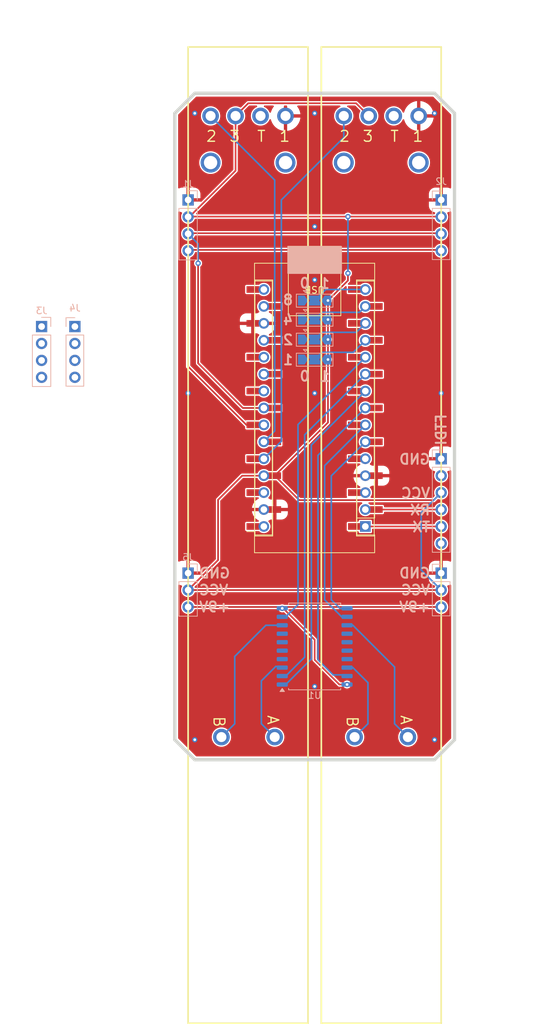
<source format=kicad_pcb>
(kicad_pcb (version 20241229) (generator "pcbnew") (generator_version "9.0")
  (layers (0 "F.Cu" signal) (2 "B.Cu" signal) (13 "F.Paste" user) (15 "B.Paste" user) (5 "F.SilkS" user "F.Silkscreen") (7 "B.SilkS" user "B.Silkscreen") (1 "F.Mask" user) (3 "B.Mask" user) (25 "Edge.Cuts" user))
  (net 0 "")
  (net 1 "VCC")
  (net 2 "GND")
  (net 3 "SDA")
  (net 4 "SCL")
  (net 5 "Fader1")
  (net 6 "Fader2")
  (net 7 "M1A_I")
  (net 8 "M1B_I")
  (net 9 "ADDR_4")
  (net 10 "M2A_I")
  (net 11 "ADDR_2")
  (net 12 "M2E")
  (net 13 "M1E")
  (net 14 "ADDR_8")
  (net 15 "M2B_I")
  (net 16 "ADDR_1")
  (net 17 "M1B")
  (net 18 "+9V")
  (net 19 "M2B")
  (net 20 "M1A")
  (net 21 "M2A")
  (net 22 "RX")
  (net 23 "TX")
  (net 24 "T1")
  (net 25 "T2")
  (net 27 "X3V3")
  (net 28 "XA2")
  (net 29 "XA3")
  (net 30 "XD13")
  (net 31 "XA0")
  (net 32 "XA1")
  (net 33 "XVIN")
  (net 34 "XD2")
  (net 36 "XRST")
  (net 37 "XRST2")
  (footprint "Connector_PinSocket_2.54mm:PinSocket_1x15_P2.54mm_Vertical_SMD_Pin1Right" (layer "F.Cu") (at 28.611 47.22 180)
    (property "Reference" "J7" (hide yes))
    (property "Value" "Conn_01x15_Socket")
    (fp_line (start 1.33 18.54) (end 1.33 19.21) (stroke (width 0.12)) (layer "F.SilkS"))
    (fp_line (start 1.33 13.46) (end 1.33 17.02) (stroke (width 0.12)) (layer "F.SilkS"))
    (fp_line (start 1.33 8.38) (end 1.33 11.94) (stroke (width 0.12)) (layer "F.SilkS"))
    (fp_line (start 1.33 3.3) (end 1.33 6.86) (stroke (width 0.12)) (layer "F.SilkS"))
    (fp_line (start 1.33 -1.78) (end 1.33 1.78) (stroke (width 0.12)) (layer "F.SilkS"))
    (fp_line (start 1.33 -6.86) (end 1.33 -3.3) (stroke (width 0.12)) (layer "F.SilkS"))
    (fp_line (start 1.33 -11.94) (end 1.33 -8.38) (stroke (width 0.12)) (layer "F.SilkS"))
    (fp_line (start 1.33 -17.02) (end 1.33 -13.46) (stroke (width 0.12)) (layer "F.SilkS"))
    (fp_line (start 1.33 -18.54) (end 2.54 -18.54) (stroke (width 0.12)) (layer "F.SilkS"))
    (fp_line (start 1.33 -19.21) (end 1.33 -18.54) (stroke (width 0.12)) (layer "F.SilkS"))
    (fp_line (start -1.33 19.21) (end 1.33 19.21) (stroke (width 0.12)) (layer "F.SilkS"))
    (fp_line (start -1.33 16) (end -1.33 19.21) (stroke (width 0.12)) (layer "F.SilkS"))
    (fp_line (start -1.33 10.92) (end -1.33 14.48) (stroke (width 0.12)) (layer "F.SilkS"))
    (fp_line (start -1.33 5.84) (end -1.33 9.4) (stroke (width 0.12)) (layer "F.SilkS"))
    (fp_line (start -1.33 0.76) (end -1.33 4.32) (stroke (width 0.12)) (layer "F.SilkS"))
    (fp_line (start -1.33 -4.32) (end -1.33 -0.76) (stroke (width 0.12)) (layer "F.SilkS"))
    (fp_line (start -1.33 -9.4) (end -1.33 -5.84) (stroke (width 0.12)) (layer "F.SilkS"))
    (fp_line (start -1.33 -14.48) (end -1.33 -10.92) (stroke (width 0.12)) (layer "F.SilkS"))
    (fp_line (start -1.33 -19.21) (end 1.33 -19.21) (stroke (width 0.12)) (layer "F.SilkS"))
    (fp_line (start -1.33 -19.21) (end -1.33 -16) (stroke (width 0.12)) (layer "F.SilkS"))
    (pad "1" smd rect (at 1.65 -17.78 180) (size 1.9 1) (layers "F.Cu" "F.Mask" "F.Paste") (net 23 "TX"))
    (pad "2" smd rect (at -1.65 -15.24 180) (size 1.9 1) (layers "F.Cu" "F.Mask" "F.Paste") (net 22 "RX"))
    (pad "3" smd rect (at 1.65 -12.7 180) (size 1.9 1) (layers "F.Cu" "F.Mask" "F.Paste") (net 36 "XRST"))
    (pad "4" smd rect (at -1.65 -10.16 180) (size 1.9 1) (layers "F.Cu" "F.Mask" "F.Paste") (net 2 "GND"))
    (pad "5" smd rect (at 1.65 -7.62 180) (size 1.9 1) (layers "F.Cu" "F.Mask" "F.Paste") (net 34 "XD2"))
    (pad "6" smd rect (at -1.65 -5.08 180) (size 1.9 1) (layers "F.Cu" "F.Mask" "F.Paste") (net 12 "M2E"))
    (pad "7" smd rect (at 1.65 -2.54 180) (size 1.9 1) (layers "F.Cu" "F.Mask" "F.Paste") (net 10 "M2A_I"))
    (pad "8" smd rect (at -1.65 0 180) (size 1.9 1) (layers "F.Cu" "F.Mask" "F.Paste") (net 15 "M2B_I"))
    (pad "9" smd rect (at 1.65 2.54 180) (size 1.9 1) (layers "F.Cu" "F.Mask" "F.Paste") (net 13 "M1E"))
    (pad "10" smd rect (at -1.65 5.08 180) (size 1.9 1) (layers "F.Cu" "F.Mask" "F.Paste") (net 7 "M1A_I"))
    (pad "11" smd rect (at 1.65 7.62 180) (size 1.9 1) (layers "F.Cu" "F.Mask" "F.Paste") (net 8 "M1B_I"))
    (pad "12" smd rect (at -1.65 10.16 180) (size 1.9 1) (layers "F.Cu" "F.Mask" "F.Paste") (net 16 "ADDR_1"))
    (pad "13" smd rect (at 1.65 12.7 180) (size 1.9 1) (layers "F.Cu" "F.Mask" "F.Paste") (net 11 "ADDR_2"))
    (pad "14" smd rect (at -1.65 15.24 180) (size 1.9 1) (layers "F.Cu" "F.Mask" "F.Paste") (net 9 "ADDR_4"))
    (pad "15" smd rect (at 1.65 17.78 180) (size 1.9 1) (layers "F.Cu" "F.Mask" "F.Paste") (net 14 "ADDR_8"))
  )
  (footprint "Module:Arduino_Nano" (layer "F.Cu") (at 28.61 65 180)
    (property "Reference" "A1" (hide yes))
    (property "Value" "Arduino_Nano_v3.x")
    (fp_line (start 16.64 39.5) (end 16.64 -3.94) (stroke (width 0.12)) (layer "F.SilkS"))
    (fp_line (start 16.64 39.5) (end 11.56 39.5) (stroke (width 0.12)) (layer "F.SilkS"))
    (fp_line (start 16.64 -3.94) (end -1.4 -3.94) (stroke (width 0.12)) (layer "F.SilkS"))
    (fp_line (start 13.97 36.83) (end 16.64 36.83) (stroke (width 0.12)) (layer "F.SilkS"))
    (fp_line (start 13.97 -1.27) (end 16.64 -1.27) (stroke (width 0.12)) (layer "F.SilkS"))
    (fp_line (start 13.97 -1.27) (end 13.97 36.83) (stroke (width 0.12)) (layer "F.SilkS"))
    (fp_line (start 11.56 42.04) (end 3.68 42.04) (stroke (width 0.12)) (layer "F.SilkS"))
    (fp_line (start 11.56 31.62) (end 11.56 42.04) (stroke (width 0.12)) (layer "F.SilkS"))
    (fp_line (start 3.68 42.04) (end 3.68 31.62) (stroke (width 0.12)) (layer "F.SilkS"))
    (fp_line (start 3.68 31.62) (end 11.56 31.62) (stroke (width 0.12)) (layer "F.SilkS"))
    (fp_line (start 1.27 36.83) (end -1.4 36.83) (stroke (width 0.12)) (layer "F.SilkS"))
    (fp_line (start 1.27 1.27) (end 1.27 36.83) (stroke (width 0.12)) (layer "F.SilkS"))
    (fp_line (start 1.27 1.27) (end 1.27 -1.27) (stroke (width 0.12)) (layer "F.SilkS"))
    (fp_line (start 1.27 1.27) (end -1.4 1.27) (stroke (width 0.12)) (layer "F.SilkS"))
    (fp_line (start 1.27 -1.27) (end -1.4 -1.27) (stroke (width 0.12)) (layer "F.SilkS"))
    (fp_line (start -1.4 39.5) (end 3.68 39.5) (stroke (width 0.12)) (layer "F.SilkS"))
    (fp_line (start -1.4 1.27) (end -1.4 39.5) (stroke (width 0.12)) (layer "F.SilkS"))
    (fp_line (start -1.4 -3.94) (end -1.4 -1.27) (stroke (width 0.12)) (layer "F.SilkS"))
    (fp_text user "USB" (at 7.62 35.56 180) (layer "F.SilkS"))
    (pad "1" thru_hole rect (at 0 0 180) (size 1.6 1.6) (drill 1) (layers "*.Cu" "*.Mask") (net 23 "TX"))
    (pad "2" thru_hole oval (at 0 2.54 180) (size 1.6 1.6) (drill 1) (layers "*.Cu" "*.Mask") (net 22 "RX"))
    (pad "3" thru_hole oval (at 0 5.08 180) (size 1.6 1.6) (drill 1) (layers "*.Cu" "*.Mask") (net 36 "XRST"))
    (pad "4" thru_hole oval (at 0 7.62 180) (size 1.6 1.6) (drill 1) (layers "*.Cu" "*.Mask") (net 2 "GND"))
    (pad "5" thru_hole oval (at 0 10.16 180) (size 1.6 1.6) (drill 1) (layers "*.Cu" "*.Mask") (net 34 "XD2"))
    (pad "6" thru_hole oval (at 0 12.7 180) (size 1.6 1.6) (drill 1) (layers "*.Cu" "*.Mask") (net 12 "M2E"))
    (pad "7" thru_hole oval (at 0 15.24 180) (size 1.6 1.6) (drill 1) (layers "*.Cu" "*.Mask") (net 10 "M2A_I"))
    (pad "8" thru_hole oval (at 0 17.78 180) (size 1.6 1.6) (drill 1) (layers "*.Cu" "*.Mask") (net 15 "M2B_I"))
    (pad "9" thru_hole oval (at 0 20.32 180) (size 1.6 1.6) (drill 1) (layers "*.Cu" "*.Mask") (net 13 "M1E"))
    (pad "10" thru_hole oval (at 0 22.86 180) (size 1.6 1.6) (drill 1) (layers "*.Cu" "*.Mask") (net 7 "M1A_I"))
    (pad "11" thru_hole oval (at 0 25.4 180) (size 1.6 1.6) (drill 1) (layers "*.Cu" "*.Mask") (net 8 "M1B_I"))
    (pad "12" thru_hole oval (at 0 27.94 180) (size 1.6 1.6) (drill 1) (layers "*.Cu" "*.Mask") (net 16 "ADDR_1"))
    (pad "13" thru_hole oval (at 0 30.48 180) (size 1.6 1.6) (drill 1) (layers "*.Cu" "*.Mask") (net 11 "ADDR_2"))
    (pad "14" thru_hole oval (at 0 33.02 180) (size 1.6 1.6) (drill 1) (layers "*.Cu" "*.Mask") (net 9 "ADDR_4"))
    (pad "15" thru_hole oval (at 0 35.56 180) (size 1.6 1.6) (drill 1) (layers "*.Cu" "*.Mask") (net 14 "ADDR_8"))
    (pad "16" thru_hole oval (at 15.24 35.56 180) (size 1.6 1.6) (drill 1) (layers "*.Cu" "*.Mask") (net 30 "XD13"))
    (pad "17" thru_hole oval (at 15.24 33.02 180) (size 1.6 1.6) (drill 1) (layers "*.Cu" "*.Mask") (net 27 "X3V3"))
    (pad "18" thru_hole oval (at 15.24 30.48 180) (size 1.6 1.6) (drill 1) (layers "*.Cu" "*.Mask") (net 2 "GND"))
    (pad "19" thru_hole oval (at 15.24 27.94 180) (size 1.6 1.6) (drill 1) (layers "*.Cu" "*.Mask") (net 31 "XA0"))
    (pad "20" thru_hole oval (at 15.24 25.4 180) (size 1.6 1.6) (drill 1) (layers "*.Cu" "*.Mask") (net 32 "XA1"))
    (pad "21" thru_hole oval (at 15.24 22.86 180) (size 1.6 1.6) (drill 1) (layers "*.Cu" "*.Mask") (net 28 "XA2"))
    (pad "22" thru_hole oval (at 15.24 20.32 180) (size 1.6 1.6) (drill 1) (layers "*.Cu" "*.Mask") (net 29 "XA3"))
    (pad "23" thru_hole oval (at 15.24 17.78 180) (size 1.6 1.6) (drill 1) (layers "*.Cu" "*.Mask") (net 3 "SDA"))
    (pad "24" thru_hole oval (at 15.24 15.24 180) (size 1.6 1.6) (drill 1) (layers "*.Cu" "*.Mask") (net 4 "SCL"))
    (pad "25" thru_hole oval (at 15.24 12.7 180) (size 1.6 1.6) (drill 1) (layers "*.Cu" "*.Mask") (net 5 "Fader1"))
    (pad "26" thru_hole oval (at 15.24 10.16 180) (size 1.6 1.6) (drill 1) (layers "*.Cu" "*.Mask") (net 6 "Fader2"))
    (pad "27" thru_hole oval (at 15.24 7.62 180) (size 1.6 1.6) (drill 1) (layers "*.Cu" "*.Mask") (net 1 "VCC"))
    (pad "28" thru_hole oval (at 15.24 5.08 180) (size 1.6 1.6) (drill 1) (layers "*.Cu" "*.Mask") (net 37 "XRST2"))
    (pad "29" thru_hole oval (at 15.24 2.54 180) (size 1.6 1.6) (drill 1) (layers "*.Cu" "*.Mask") (net 2 "GND"))
    (pad "30" thru_hole oval (at 15.24 0 180) (size 1.6 1.6) (drill 1) (layers "*.Cu" "*.Mask") (net 33 "XVIN"))
  )
  (footprint "MotorFader:RES-TH_L146.5-W18.0_RSA0N11M9A07" (layer "F.Cu") (at 31 50 -90)
    (property "Reference" "RV2" (hide yes))
    (property "Value" "~")
    (fp_line (start -56.9499 9) (end -56.9499 -9) (stroke (width 0.254)) (layer "F.SilkS"))
    (fp_line (start 89.5498 9) (end -56.9499 9) (stroke (width 0.254)) (layer "F.SilkS"))
    (fp_line (start -56.9499 -9) (end 89.5498 -9) (stroke (width 0.254)) (layer "F.SilkS"))
    (fp_line (start 89.5498 -9) (end 89.5498 9) (stroke (width 0.254)) (layer "F.SilkS"))
    (fp_text user "T" (at -44.5 -2 0) (layer "F.SilkS") (effects (font (size 1.6256 1.6256) (thickness 0.2032)) (justify top)))
    (fp_text user "3" (at -44.5 2 0) (layer "F.SilkS") (effects (font (size 1.6256 1.6256) (thickness 0.2032)) (justify top)))
    (fp_text user "1" (at -44.5 -5.5 0) (layer "F.SilkS") (effects (font (size 1.6256 1.6256) (thickness 0.2032)) (justify top)))
    (fp_text user "A" (at 43.2 -4.6855 270) (layer "F.SilkS") (effects (font (size 1.6256 1.6256) (thickness 0.2032)) (justify left top)))
    (fp_text user "2" (at -44.5 5.5 0) (layer "F.SilkS") (effects (font (size 1.6256 1.6256) (thickness 0.2032)) (justify top)))
    (fp_text user "B" (at 43.3498 3.4044 270) (layer "F.SilkS") (effects (font (size 1.6256 1.6256) (thickness 0.2032)) (justify left top)))
    (pad "" thru_hole oval (at -39.5999 -5.625 270) (size 3 3) (drill 2) (layers "*.Cu" "*.Mask"))
    (pad "" thru_hole oval (at -39.5999 5.6249 270) (size 3 3) (drill 2) (layers "*.Cu" "*.Mask"))
    (pad "1" thru_hole oval (at -46.5999 -5.625 270) (size 2.5 2.5) (drill 1.5) (layers "*.Cu" "*.Mask") (net 2 "GND"))
    (pad "2" thru_hole oval (at -46.5999 5.6249 270) (size 2.5 2.5) (drill 1.5) (layers "*.Cu" "*.Mask") (net 6 "Fader2"))
    (pad "3" thru_hole oval (at -46.5999 1.8751 270) (size 2.5 2.5) (drill 1.5) (layers "*.Cu" "*.Mask") (net 1 "VCC"))
    (pad "A" thru_hole oval (at 46.6 -3.9999 270) (size 2.5 2.5) (drill 1.5) (layers "*.Cu" "*.Mask") (net 21 "M2A"))
    (pad "B" thru_hole oval (at 46.6 4.0001 270) (size 2.5 2.5) (drill 1.5) (layers "*.Cu" "*.Mask") (net 19 "M2B"))
    (pad "T" thru_hole oval (at -46.5999 -1.875 270) (size 2.5 2.5) (drill 1.5) (layers "*.Cu" "*.Mask") (net 25 "T2"))
  )
  (footprint "Connector_PinSocket_2.54mm:PinSocket_1x15_P2.54mm_Vertical_SMD_Pin1Right" (layer "F.Cu") (at 13.369 47.22 180)
    (property "Reference" "J8" (hide yes))
    (property "Value" "Conn_01x15_Socket")
    (fp_line (start 1.33 18.54) (end 1.33 19.21) (stroke (width 0.12)) (layer "F.SilkS"))
    (fp_line (start 1.33 13.46) (end 1.33 17.02) (stroke (width 0.12)) (layer "F.SilkS"))
    (fp_line (start 1.33 8.38) (end 1.33 11.94) (stroke (width 0.12)) (layer "F.SilkS"))
    (fp_line (start 1.33 3.3) (end 1.33 6.86) (stroke (width 0.12)) (layer "F.SilkS"))
    (fp_line (start 1.33 -1.78) (end 1.33 1.78) (stroke (width 0.12)) (layer "F.SilkS"))
    (fp_line (start 1.33 -6.86) (end 1.33 -3.3) (stroke (width 0.12)) (layer "F.SilkS"))
    (fp_line (start 1.33 -11.94) (end 1.33 -8.38) (stroke (width 0.12)) (layer "F.SilkS"))
    (fp_line (start 1.33 -17.02) (end 1.33 -13.46) (stroke (width 0.12)) (layer "F.SilkS"))
    (fp_line (start 1.33 -18.54) (end 2.54 -18.54) (stroke (width 0.12)) (layer "F.SilkS"))
    (fp_line (start 1.33 -19.21) (end 1.33 -18.54) (stroke (width 0.12)) (layer "F.SilkS"))
    (fp_line (start -1.33 19.21) (end 1.33 19.21) (stroke (width 0.12)) (layer "F.SilkS"))
    (fp_line (start -1.33 16) (end -1.33 19.21) (stroke (width 0.12)) (layer "F.SilkS"))
    (fp_line (start -1.33 10.92) (end -1.33 14.48) (stroke (width 0.12)) (layer "F.SilkS"))
    (fp_line (start -1.33 5.84) (end -1.33 9.4) (stroke (width 0.12)) (layer "F.SilkS"))
    (fp_line (start -1.33 0.76) (end -1.33 4.32) (stroke (width 0.12)) (layer "F.SilkS"))
    (fp_line (start -1.33 -4.32) (end -1.33 -0.76) (stroke (width 0.12)) (layer "F.SilkS"))
    (fp_line (start -1.33 -9.4) (end -1.33 -5.84) (stroke (width 0.12)) (layer "F.SilkS"))
    (fp_line (start -1.33 -14.48) (end -1.33 -10.92) (stroke (width 0.12)) (layer "F.SilkS"))
    (fp_line (start -1.33 -19.21) (end 1.33 -19.21) (stroke (width 0.12)) (layer "F.SilkS"))
    (fp_line (start -1.33 -19.21) (end -1.33 -16) (stroke (width 0.12)) (layer "F.SilkS"))
    (pad "1" smd rect (at 1.65 -17.78 180) (size 1.9 1) (layers "F.Cu" "F.Mask" "F.Paste") (net 33 "XVIN"))
    (pad "2" smd rect (at -1.65 -15.24 180) (size 1.9 1) (layers "F.Cu" "F.Mask" "F.Paste") (net 2 "GND"))
    (pad "3" smd rect (at 1.65 -12.7 180) (size 1.9 1) (layers "F.Cu" "F.Mask" "F.Paste") (net 37 "XRST2"))
    (pad "4" smd rect (at -1.65 -10.16 180) (size 1.9 1) (layers "F.Cu" "F.Mask" "F.Paste") (net 1 "VCC"))
    (pad "5" smd rect (at 1.65 -7.62 180) (size 1.9 1) (layers "F.Cu" "F.Mask" "F.Paste") (net 6 "Fader2"))
    (pad "6" smd rect (at -1.65 -5.08 180) (size 1.9 1) (layers "F.Cu" "F.Mask" "F.Paste") (net 5 "Fader1"))
    (pad "7" smd rect (at 1.65 -2.54 180) (size 1.9 1) (layers "F.Cu" "F.Mask" "F.Paste") (net 4 "SCL"))
    (pad "8" smd rect (at -1.65 0 180) (size 1.9 1) (layers "F.Cu" "F.Mask" "F.Paste") (net 3 "SDA"))
    (pad "9" smd rect (at 1.65 2.54 180) (size 1.9 1) (layers "F.Cu" "F.Mask" "F.Paste") (net 29 "XA3"))
    (pad "10" smd rect (at -1.65 5.08 180) (size 1.9 1) (layers "F.Cu" "F.Mask" "F.Paste") (net 28 "XA2"))
    (pad "11" smd rect (at 1.65 7.62 180) (size 1.9 1) (layers "F.Cu" "F.Mask" "F.Paste") (net 32 "XA1"))
    (pad "12" smd rect (at -1.65 10.16 180) (size 1.9 1) (layers "F.Cu" "F.Mask" "F.Paste") (net 31 "XA0"))
    (pad "13" smd rect (at 1.65 12.7 180) (size 1.9 1) (layers "F.Cu" "F.Mask" "F.Paste") (net 2 "GND"))
    (pad "14" smd rect (at -1.65 15.24 180) (size 1.9 1) (layers "F.Cu" "F.Mask" "F.Paste") (net 27 "X3V3"))
    (pad "15" smd rect (at 1.65 17.78 180) (size 1.9 1) (layers "F.Cu" "F.Mask" "F.Paste") (net 30 "XD13"))
  )
  (footprint "MotorFader:RES-TH_L146.5-W18.0_RSA0N11M9A07" (layer "F.Cu") (at 11 50 -90)
    (property "Reference" "RV1" (hide yes))
    (property "Value" "~")
    (fp_line (start -56.9499 9) (end -56.9499 -9) (stroke (width 0.254)) (layer "F.SilkS"))
    (fp_line (start 89.5498 9) (end -56.9499 9) (stroke (width 0.254)) (layer "F.SilkS"))
    (fp_line (start -56.9499 -9) (end 89.5498 -9) (stroke (width 0.254)) (layer "F.SilkS"))
    (fp_line (start 89.5498 -9) (end 89.5498 9) (stroke (width 0.254)) (layer "F.SilkS"))
    (fp_text user "T" (at -44.5 -2 0) (layer "F.SilkS") (effects (font (size 1.6256 1.6256) (thickness 0.2032)) (justify top)))
    (fp_text user "B" (at 43.3498 3.4044 270) (layer "F.SilkS") (effects (font (size 1.6256 1.6256) (thickness 0.2032)) (justify left top)))
    (fp_text user "3" (at -44.5 2 0) (layer "F.SilkS") (effects (font (size 1.6256 1.6256) (thickness 0.2032)) (justify top)))
    (fp_text user "A" (at 43.2 -4.6855 270) (layer "F.SilkS") (effects (font (size 1.6256 1.6256) (thickness 0.2032)) (justify left top)))
    (fp_text user "1" (at -44.5 -5.5 0) (layer "F.SilkS") (effects (font (size 1.6256 1.6256) (thickness 0.2032)) (justify top)))
    (fp_text user "2" (at -44.5 5.5 0) (layer "F.SilkS") (effects (font (size 1.6256 1.6256) (thickness 0.2032)) (justify top)))
    (pad "" thru_hole oval (at -39.5999 -5.625 270) (size 3 3) (drill 2) (layers "*.Cu" "*.Mask"))
    (pad "" thru_hole oval (at -39.5999 5.6249 270) (size 3 3) (drill 2) (layers "*.Cu" "*.Mask"))
    (pad "1" thru_hole oval (at -46.5999 -5.625 270) (size 2.5 2.5) (drill 1.5) (layers "*.Cu" "*.Mask") (net 2 "GND"))
    (pad "2" thru_hole oval (at -46.5999 5.6249 270) (size 2.5 2.5) (drill 1.5) (layers "*.Cu" "*.Mask") (net 5 "Fader1"))
    (pad "3" thru_hole oval (at -46.5999 1.8751 270) (size 2.5 2.5) (drill 1.5) (layers "*.Cu" "*.Mask") (net 1 "VCC"))
    (pad "A" thru_hole oval (at 46.6 -3.9999 270) (size 2.5 2.5) (drill 1.5) (layers "*.Cu" "*.Mask") (net 20 "M1A"))
    (pad "B" thru_hole oval (at 46.6 4.0001 270) (size 2.5 2.5) (drill 1.5) (layers "*.Cu" "*.Mask") (net 17 "M1B"))
    (pad "T" thru_hole oval (at -46.5999 -1.875 270) (size 2.5 2.5) (drill 1.5) (layers "*.Cu" "*.Mask") (net 24 "T1"))
  )
  (footprint "Jumper:SolderJumper-3_P2.0mm_Open_TrianglePad1.0x1.5mm" (layer "B.Cu") (at 21 36.95)
    (property "Reference" "JP2" (hide yes))
    (property "Value" "SolderJumper_3_Open" (hide yes))
    (fp_line (start -2.75 -0.95) (end -2.75 1) (stroke (width 0.12)) (layer "B.SilkS"))
    (fp_line (start -2.75 1) (end 2.75 1) (stroke (width 0.12)) (layer "B.SilkS"))
    (fp_line (start -1.7 -1.5) (end -1.1 -1.5) (stroke (width 0.12)) (layer "B.SilkS"))
    (fp_line (start -1.4 -1.2) (end -1.7 -1.5) (stroke (width 0.12)) (layer "B.SilkS"))
    (fp_line (start -1.1 -1.5) (end -1.4 -1.2) (stroke (width 0.12)) (layer "B.SilkS"))
    (fp_line (start 2.75 -0.95) (end -2.75 -0.95) (stroke (width 0.12)) (layer "B.SilkS"))
    (fp_line (start 2.75 1) (end 2.75 -0.95) (stroke (width 0.12)) (layer "B.SilkS"))
    (pad "1" smd custom (at -2 0) (size 0.3 0.3) (layers "B.Cu" "B.Mask") (net 2 "GND") (options (clearance outline) (anchor rect)) (primitives (gr_poly (pts (xy 1 0) (xy 0.5 -0.75) (xy -0.5 -0.75) (xy -0.5 0.75) (xy 0.5 0.75)) (width 0) (fill yes))))
    (pad "2" smd custom (at 0 0) (size 0.3 0.3) (layers "B.Cu") (net 11 "ADDR_2") (options (clearance outline) (anchor rect)) (primitives (gr_poly (pts (xy 0.7 0) (xy 1.2 -0.75) (xy -1.2 -0.75) (xy -0.7 0) (xy -1.2 0.75) (xy 1.2 0.75)) (width 0) (fill yes))))
    (pad "3" smd custom (at 2 0 180) (size 0.3 0.3) (layers "B.Cu" "B.Mask") (net 1 "VCC") (options (clearance outline) (anchor rect)) (primitives (gr_poly (pts (xy 1 0) (xy 0.5 -0.75) (xy -0.5 -0.75) (xy -0.5 0.75) (xy 0.5 0.75)) (width 0) (fill yes))))
  )
  (footprint "Connector_PinHeader_2.54mm:PinHeader_1x03_P2.54mm_Vertical" (layer "B.Cu") (at 2 72 180)
    (property "Reference" "J5" (at 0 2.38 0) (layer "B.SilkS") (effects (justify mirror)))
    (property "Value" "Conn_01x03_Pin")
    (fp_line (start 1.38 -1.27) (end 1.38 -6.46) (stroke (width 0.12)) (layer "B.SilkS"))
    (fp_line (start -1.38 1.38) (end 0 1.38) (stroke (width 0.12)) (layer "B.SilkS"))
    (fp_line (start -1.38 0) (end -1.38 1.38) (stroke (width 0.12)) (layer "B.SilkS"))
    (fp_line (start -1.38 -1.27) (end 1.38 -1.27) (stroke (width 0.12)) (layer "B.SilkS"))
    (fp_line (start -1.38 -1.27) (end -1.38 -6.46) (stroke (width 0.12)) (layer "B.SilkS"))
    (fp_line (start -1.38 -6.46) (end 1.38 -6.46) (stroke (width 0.12)) (layer "B.SilkS"))
    (pad "1" thru_hole rect (at 0 0 180) (size 1.7 1.7) (drill 1) (layers "*.Cu" "*.Mask") (net 2 "GND"))
    (pad "2" thru_hole circle (at 0 -2.54 180) (size 1.7 1.7) (drill 1) (layers "*.Cu" "*.Mask") (net 1 "VCC"))
    (pad "3" thru_hole circle (at 0 -5.08 180) (size 1.7 1.7) (drill 1) (layers "*.Cu" "*.Mask") (net 18 "+9V"))
  )
  (footprint "Connector_PinSocket_2.54mm:PinSocket_1x06_P2.54mm_Vertical" (layer "B.Cu") (at 40 54.84 180)
    (property "Reference" "J9" (hide yes))
    (property "Value" "Conn_01x06_Socket")
    (fp_line (start 1.33 1.33) (end 1.33 0) (stroke (width 0.12)) (layer "B.SilkS"))
    (fp_line (start 1.33 -1.27) (end 1.33 -14.03) (stroke (width 0.12)) (layer "B.SilkS"))
    (fp_line (start 0 1.33) (end 1.33 1.33) (stroke (width 0.12)) (layer "B.SilkS"))
    (fp_line (start -1.33 -1.27) (end 1.33 -1.27) (stroke (width 0.12)) (layer "B.SilkS"))
    (fp_line (start -1.33 -1.27) (end -1.33 -14.03) (stroke (width 0.12)) (layer "B.SilkS"))
    (fp_line (start -1.33 -14.03) (end 1.33 -14.03) (stroke (width 0.12)) (layer "B.SilkS"))
    (pad "1" thru_hole rect (at 0 0 180) (size 1.7 1.7) (drill 1) (layers "*.Cu" "*.Mask") (net 2 "GND"))
    (pad "2" thru_hole circle (at 0 -2.54 180) (size 1.7 1.7) (drill 1) (layers "*.Cu" "*.Mask"))
    (pad "3" thru_hole circle (at 0 -5.08 180) (size 1.7 1.7) (drill 1) (layers "*.Cu" "*.Mask") (net 1 "VCC"))
    (pad "4" thru_hole circle (at 0 -7.62 180) (size 1.7 1.7) (drill 1) (layers "*.Cu" "*.Mask") (net 22 "RX"))
    (pad "5" thru_hole circle (at 0 -10.16 180) (size 1.7 1.7) (drill 1) (layers "*.Cu" "*.Mask") (net 23 "TX"))
    (pad "6" thru_hole circle (at 0 -12.7 180) (size 1.7 1.7) (drill 1) (layers "*.Cu" "*.Mask"))
  )
  (footprint "Jumper:SolderJumper-3_P2.0mm_Open_TrianglePad1.0x1.5mm" (layer "B.Cu") (at 21 33.95)
    (property "Reference" "JP3" (hide yes))
    (property "Value" "SolderJumper_3_Open" (hide yes))
    (fp_line (start -2.75 -0.95) (end -2.75 1) (stroke (width 0.12)) (layer "B.SilkS"))
    (fp_line (start -2.75 1) (end 2.75 1) (stroke (width 0.12)) (layer "B.SilkS"))
    (fp_line (start -1.7 -1.5) (end -1.1 -1.5) (stroke (width 0.12)) (layer "B.SilkS"))
    (fp_line (start -1.4 -1.2) (end -1.7 -1.5) (stroke (width 0.12)) (layer "B.SilkS"))
    (fp_line (start -1.1 -1.5) (end -1.4 -1.2) (stroke (width 0.12)) (layer "B.SilkS"))
    (fp_line (start 2.75 -0.95) (end -2.75 -0.95) (stroke (width 0.12)) (layer "B.SilkS"))
    (fp_line (start 2.75 1) (end 2.75 -0.95) (stroke (width 0.12)) (layer "B.SilkS"))
    (pad "1" smd custom (at -2 0) (size 0.3 0.3) (layers "B.Cu" "B.Mask") (net 2 "GND") (options (clearance outline) (anchor rect)) (primitives (gr_poly (pts (xy 1 0) (xy 0.5 -0.75) (xy -0.5 -0.75) (xy -0.5 0.75) (xy 0.5 0.75)) (width 0) (fill yes))))
    (pad "2" smd custom (at 0 0) (size 0.3 0.3) (layers "B.Cu") (net 9 "ADDR_4") (options (clearance outline) (anchor rect)) (primitives (gr_poly (pts (xy 0.7 0) (xy 1.2 -0.75) (xy -1.2 -0.75) (xy -0.7 0) (xy -1.2 0.75) (xy 1.2 0.75)) (width 0) (fill yes))))
    (pad "3" smd custom (at 2 0 180) (size 0.3 0.3) (layers "B.Cu" "B.Mask") (net 1 "VCC") (options (clearance outline) (anchor rect)) (primitives (gr_poly (pts (xy 1 0) (xy 0.5 -0.75) (xy -0.5 -0.75) (xy -0.5 0.75) (xy 0.5 0.75)) (width 0) (fill yes))))
  )
  (footprint "Connector_PinSocket_2.54mm:PinSocket_1x04_P2.54mm_Vertical" (layer "B.Cu") (at 40 16 180)
    (property "Reference" "J2" (at 0 2.77 0) (layer "B.SilkS") (effects (justify mirror)))
    (property "Value" "Conn_01x04_Socket")
    (fp_line (start 1.33 1.33) (end 1.33 0) (stroke (width 0.12)) (layer "B.SilkS"))
    (fp_line (start 1.33 -1.27) (end 1.33 -8.95) (stroke (width 0.12)) (layer "B.SilkS"))
    (fp_line (start 0 1.33) (end 1.33 1.33) (stroke (width 0.12)) (layer "B.SilkS"))
    (fp_line (start -1.33 -1.27) (end 1.33 -1.27) (stroke (width 0.12)) (layer "B.SilkS"))
    (fp_line (start -1.33 -1.27) (end -1.33 -8.95) (stroke (width 0.12)) (layer "B.SilkS"))
    (fp_line (start -1.33 -8.95) (end 1.33 -8.95) (stroke (width 0.12)) (layer "B.SilkS"))
    (pad "1" thru_hole rect (at 0 0 180) (size 1.7 1.7) (drill 1) (layers "*.Cu" "*.Mask") (net 2 "GND"))
    (pad "2" thru_hole circle (at 0 -2.54 180) (size 1.7 1.7) (drill 1) (layers "*.Cu" "*.Mask") (net 1 "VCC"))
    (pad "3" thru_hole circle (at 0 -5.08 180) (size 1.7 1.7) (drill 1) (layers "*.Cu" "*.Mask") (net 3 "SDA"))
    (pad "4" thru_hole circle (at 0 -7.62 180) (size 1.7 1.7) (drill 1) (layers "*.Cu" "*.Mask") (net 4 "SCL"))
  )
  (footprint "Jumper:SolderJumper-3_P2.0mm_Open_TrianglePad1.0x1.5mm" (layer "B.Cu") (at 21 39.95)
    (property "Reference" "JP1" (hide yes))
    (property "Value" "SolderJumper_3_Open" (hide yes))
    (fp_line (start -2.75 -0.95) (end -2.75 1) (stroke (width 0.12)) (layer "B.SilkS"))
    (fp_line (start -2.75 1) (end 2.75 1) (stroke (width 0.12)) (layer "B.SilkS"))
    (fp_line (start -1.7 -1.5) (end -1.1 -1.5) (stroke (width 0.12)) (layer "B.SilkS"))
    (fp_line (start -1.4 -1.2) (end -1.7 -1.5) (stroke (width 0.12)) (layer "B.SilkS"))
    (fp_line (start -1.1 -1.5) (end -1.4 -1.2) (stroke (width 0.12)) (layer "B.SilkS"))
    (fp_line (start 2.75 -0.95) (end -2.75 -0.95) (stroke (width 0.12)) (layer "B.SilkS"))
    (fp_line (start 2.75 1) (end 2.75 -0.95) (stroke (width 0.12)) (layer "B.SilkS"))
    (pad "1" smd custom (at -2 0) (size 0.3 0.3) (layers "B.Cu" "B.Mask") (net 2 "GND") (options (clearance outline) (anchor rect)) (primitives (gr_poly (pts (xy 1 0) (xy 0.5 -0.75) (xy -0.5 -0.75) (xy -0.5 0.75) (xy 0.5 0.75)) (width 0) (fill yes))))
    (pad "2" smd custom (at 0 0) (size 0.3 0.3) (layers "B.Cu") (net 16 "ADDR_1") (options (clearance outline) (anchor rect)) (primitives (gr_poly (pts (xy 0.7 0) (xy 1.2 -0.75) (xy -1.2 -0.75) (xy -0.7 0) (xy -1.2 0.75) (xy 1.2 0.75)) (width 0) (fill yes))))
    (pad "3" smd custom (at 2 0 180) (size 0.3 0.3) (layers "B.Cu" "B.Mask") (net 1 "VCC") (options (clearance outline) (anchor rect)) (primitives (gr_poly (pts (xy 1 0) (xy 0.5 -0.75) (xy -0.5 -0.75) (xy -0.5 0.75) (xy 0.5 0.75)) (width 0) (fill yes))))
  )
  (footprint "Connector_PinHeader_2.54mm:PinHeader_1x04_P2.54mm_Vertical" (layer "B.Cu") (at 2 16 180)
    (property "Reference" "J1" (at 0 2.38 0) (layer "B.SilkS") (effects (justify mirror)))
    (property "Value" "Conn_01x04_Pin")
    (fp_line (start 1.38 -1.27) (end 1.38 -9) (stroke (width 0.12)) (layer "B.SilkS"))
    (fp_line (start -1.38 1.38) (end 0 1.38) (stroke (width 0.12)) (layer "B.SilkS"))
    (fp_line (start -1.38 0) (end -1.38 1.38) (stroke (width 0.12)) (layer "B.SilkS"))
    (fp_line (start -1.38 -1.27) (end 1.38 -1.27) (stroke (width 0.12)) (layer "B.SilkS"))
    (fp_line (start -1.38 -1.27) (end -1.38 -9) (stroke (width 0.12)) (layer "B.SilkS"))
    (fp_line (start -1.38 -9) (end 1.38 -9) (stroke (width 0.12)) (layer "B.SilkS"))
    (pad "1" thru_hole rect (at 0 0 180) (size 1.7 1.7) (drill 1) (layers "*.Cu" "*.Mask") (net 2 "GND"))
    (pad "2" thru_hole circle (at 0 -2.54 180) (size 1.7 1.7) (drill 1) (layers "*.Cu" "*.Mask") (net 1 "VCC"))
    (pad "3" thru_hole circle (at 0 -5.08 180) (size 1.7 1.7) (drill 1) (layers "*.Cu" "*.Mask") (net 3 "SDA"))
    (pad "4" thru_hole circle (at 0 -7.62 180) (size 1.7 1.7) (drill 1) (layers "*.Cu" "*.Mask") (net 4 "SCL"))
  )
  (footprint "Connector_PinSocket_2.54mm:PinSocket_1x04_P2.54mm_Vertical" (layer "B.Cu") (at -15 35 180)
    (property "Reference" "J4" (at 0 2.77 0) (layer "B.SilkS") (effects (justify mirror)))
    (property "Value" "Conn_01x04_Socket")
    (fp_line (start 1.33 1.33) (end 1.33 0) (stroke (width 0.12)) (layer "B.SilkS"))
    (fp_line (start 1.33 -1.27) (end 1.33 -8.95) (stroke (width 0.12)) (layer "B.SilkS"))
    (fp_line (start 0 1.33) (end 1.33 1.33) (stroke (width 0.12)) (layer "B.SilkS"))
    (fp_line (start -1.33 -1.27) (end 1.33 -1.27) (stroke (width 0.12)) (layer "B.SilkS"))
    (fp_line (start -1.33 -1.27) (end -1.33 -8.95) (stroke (width 0.12)) (layer "B.SilkS"))
    (fp_line (start -1.33 -8.95) (end 1.33 -8.95) (stroke (width 0.12)) (layer "B.SilkS"))
    (pad "1" thru_hole rect (at 0 0 180) (size 1.7 1.7) (drill 1) (layers "*.Cu" "*.Mask") (net 2 "GND"))
    (pad "2" thru_hole circle (at 0 -2.54 180) (size 1.7 1.7) (drill 1) (layers "*.Cu" "*.Mask") (net 1 "VCC"))
    (pad "3" thru_hole circle (at 0 -5.08 180) (size 1.7 1.7) (drill 1) (layers "*.Cu" "*.Mask") (net 3 "SDA"))
    (pad "4" thru_hole circle (at 0 -7.62 180) (size 1.7 1.7) (drill 1) (layers "*.Cu" "*.Mask") (net 4 "SCL"))
  )
  (footprint "Connector_PinSocket_2.54mm:PinSocket_1x03_P2.54mm_Vertical" (layer "B.Cu") (at 40 72 180)
    (property "Reference" "J6" (hide yes))
    (property "Value" "Conn_01x03_Socket")
    (fp_line (start 1.33 1.33) (end 1.33 0) (stroke (width 0.12)) (layer "B.SilkS"))
    (fp_line (start 1.33 -1.27) (end 1.33 -6.41) (stroke (width 0.12)) (layer "B.SilkS"))
    (fp_line (start 0 1.33) (end 1.33 1.33) (stroke (width 0.12)) (layer "B.SilkS"))
    (fp_line (start -1.33 -1.27) (end 1.33 -1.27) (stroke (width 0.12)) (layer "B.SilkS"))
    (fp_line (start -1.33 -1.27) (end -1.33 -6.41) (stroke (width 0.12)) (layer "B.SilkS"))
    (fp_line (start -1.33 -6.41) (end 1.33 -6.41) (stroke (width 0.12)) (layer "B.SilkS"))
    (pad "1" thru_hole rect (at 0 0 180) (size 1.7 1.7) (drill 1) (layers "*.Cu" "*.Mask") (net 2 "GND"))
    (pad "2" thru_hole circle (at 0 -2.54 180) (size 1.7 1.7) (drill 1) (layers "*.Cu" "*.Mask") (net 1 "VCC"))
    (pad "3" thru_hole circle (at 0 -5.08 180) (size 1.7 1.7) (drill 1) (layers "*.Cu" "*.Mask") (net 18 "+9V"))
  )
  (footprint "Jumper:SolderJumper-3_P2.0mm_Open_TrianglePad1.0x1.5mm" (layer "B.Cu") (at 21 31.095)
    (property "Reference" "JP4" (hide yes))
    (property "Value" "SolderJumper_3_Open" (hide yes))
    (fp_line (start -2.75 -0.95) (end -2.75 1) (stroke (width 0.12)) (layer "B.SilkS"))
    (fp_line (start -2.75 1) (end 2.75 1) (stroke (width 0.12)) (layer "B.SilkS"))
    (fp_line (start -1.7 -1.5) (end -1.1 -1.5) (stroke (width 0.12)) (layer "B.SilkS"))
    (fp_line (start -1.4 -1.2) (end -1.7 -1.5) (stroke (width 0.12)) (layer "B.SilkS"))
    (fp_line (start -1.1 -1.5) (end -1.4 -1.2) (stroke (width 0.12)) (layer "B.SilkS"))
    (fp_line (start 2.75 -0.95) (end -2.75 -0.95) (stroke (width 0.12)) (layer "B.SilkS"))
    (fp_line (start 2.75 1) (end 2.75 -0.95) (stroke (width 0.12)) (layer "B.SilkS"))
    (pad "1" smd custom (at -2 0) (size 0.3 0.3) (layers "B.Cu" "B.Mask") (net 2 "GND") (options (clearance outline) (anchor rect)) (primitives (gr_poly (pts (xy 1 0) (xy 0.5 -0.75) (xy -0.5 -0.75) (xy -0.5 0.75) (xy 0.5 0.75)) (width 0) (fill yes))))
    (pad "2" smd custom (at 0 0) (size 0.3 0.3) (layers "B.Cu") (net 14 "ADDR_8") (options (clearance outline) (anchor rect)) (primitives (gr_poly (pts (xy 0.7 0) (xy 1.2 -0.75) (xy -1.2 -0.75) (xy -0.7 0) (xy -1.2 0.75) (xy 1.2 0.75)) (width 0) (fill yes))))
    (pad "3" smd custom (at 2 0 180) (size 0.3 0.3) (layers "B.Cu" "B.Mask") (net 1 "VCC") (options (clearance outline) (anchor rect)) (primitives (gr_poly (pts (xy 1 0) (xy 0.5 -0.75) (xy -0.5 -0.75) (xy -0.5 0.75) (xy 0.5 0.75)) (width 0) (fill yes))))
  )
  (footprint "Connector_PinHeader_2.54mm:PinHeader_1x04_P2.54mm_Vertical" (layer "B.Cu") (at -20 35 180)
    (property "Reference" "J3" (at 0 2.38 0) (layer "B.SilkS") (effects (justify mirror)))
    (property "Value" "Conn_01x04_Pin")
    (fp_line (start 1.38 -1.27) (end 1.38 -9) (stroke (width 0.12)) (layer "B.SilkS"))
    (fp_line (start -1.38 1.38) (end 0 1.38) (stroke (width 0.12)) (layer "B.SilkS"))
    (fp_line (start -1.38 0) (end -1.38 1.38) (stroke (width 0.12)) (layer "B.SilkS"))
    (fp_line (start -1.38 -1.27) (end 1.38 -1.27) (stroke (width 0.12)) (layer "B.SilkS"))
    (fp_line (start -1.38 -1.27) (end -1.38 -9) (stroke (width 0.12)) (layer "B.SilkS"))
    (fp_line (start -1.38 -9) (end 1.38 -9) (stroke (width 0.12)) (layer "B.SilkS"))
    (pad "1" thru_hole rect (at 0 0 180) (size 1.7 1.7) (drill 1) (layers "*.Cu" "*.Mask") (net 2 "GND"))
    (pad "2" thru_hole circle (at 0 -2.54 180) (size 1.7 1.7) (drill 1) (layers "*.Cu" "*.Mask") (net 1 "VCC"))
    (pad "3" thru_hole circle (at 0 -5.08 180) (size 1.7 1.7) (drill 1) (layers "*.Cu" "*.Mask") (net 3 "SDA"))
    (pad "4" thru_hole circle (at 0 -7.62 180) (size 1.7 1.7) (drill 1) (layers "*.Cu" "*.Mask") (net 4 "SCL"))
  )
  (footprint "Package_SO:Infineon_SOIC-20W_7.6x12.8mm_P1.27mm" (layer "B.Cu") (at 21 83)
    (property "Reference" "U1" (at 0 7.35 0) (layer "B.SilkS") (effects (justify mirror)))
    (property "Value" "L293DD")
    (fp_line (start -3.91 -6.51) (end -3.91 -6.3) (stroke (width 0.12)) (layer "B.SilkS"))
    (fp_line (start -3.91 6.3) (end -3.91 6.51) (stroke (width 0.12)) (layer "B.SilkS"))
    (fp_line (start -3.91 6.51) (end 3.91 6.51) (stroke (width 0.12)) (layer "B.SilkS"))
    (fp_line (start 3.91 -6.51) (end -3.91 -6.51) (stroke (width 0.12)) (layer "B.SilkS"))
    (fp_line (start 3.91 -6.3) (end 3.91 -6.51) (stroke (width 0.12)) (layer "B.SilkS"))
    (fp_line (start 3.91 6.51) (end 3.91 6.3) (stroke (width 0.12)) (layer "B.SilkS"))
    (fp_poly (pts (xy -4.87 6.3) (xy -5.21 6.77) (xy -4.53 6.77)) (stroke (width 0.12)) (fill yes) (layer "B.SilkS"))
    (pad "1" smd roundrect (at -4.865 5.715) (size 1.67 0.65) (layers "B.Cu" "B.Mask" "B.Paste") (net 13 "M1E"))
    (pad "2" smd roundrect (at -4.865 4.445) (size 1.67 0.65) (layers "B.Cu" "B.Mask" "B.Paste") (net 7 "M1A_I"))
    (pad "3" smd roundrect (at -4.865 3.175) (size 1.67 0.65) (layers "B.Cu" "B.Mask" "B.Paste") (net 20 "M1A"))
    (pad "4" smd roundrect (at -4.865 1.905) (size 1.67 0.65) (layers "B.Cu" "B.Mask" "B.Paste") (net 2 "GND"))
    (pad "5" smd roundrect (at -4.865 0.635) (size 1.67 0.65) (layers "B.Cu" "B.Mask" "B.Paste") (net 2 "GND"))
    (pad "6" smd roundrect (at -4.865 -0.635) (size 1.67 0.65) (layers "B.Cu" "B.Mask" "B.Paste") (net 2 "GND"))
    (pad "7" smd roundrect (at -4.865 -1.905) (size 1.67 0.65) (layers "B.Cu" "B.Mask" "B.Paste") (net 2 "GND"))
    (pad "8" smd roundrect (at -4.865 -3.175) (size 1.67 0.65) (layers "B.Cu" "B.Mask" "B.Paste") (net 17 "M1B"))
    (pad "9" smd roundrect (at -4.865 -4.445) (size 1.67 0.65) (layers "B.Cu" "B.Mask" "B.Paste") (net 8 "M1B_I"))
    (pad "10" smd roundrect (at -4.865 -5.715) (size 1.67 0.65) (layers "B.Cu" "B.Mask" "B.Paste") (net 18 "+9V"))
    (pad "11" smd roundrect (at 4.865 -5.715) (size 1.67 0.65) (layers "B.Cu" "B.Mask" "B.Paste") (net 12 "M2E"))
    (pad "12" smd roundrect (at 4.865 -4.445) (size 1.67 0.65) (layers "B.Cu" "B.Mask" "B.Paste") (net 10 "M2A_I"))
    (pad "13" smd roundrect (at 4.865 -3.175) (size 1.67 0.65) (layers "B.Cu" "B.Mask" "B.Paste") (net 21 "M2A"))
    (pad "14" smd roundrect (at 4.865 -1.905) (size 1.67 0.65) (layers "B.Cu" "B.Mask" "B.Paste") (net 2 "GND"))
    (pad "15" smd roundrect (at 4.865 -0.635) (size 1.67 0.65) (layers "B.Cu" "B.Mask" "B.Paste") (net 2 "GND"))
    (pad "16" smd roundrect (at 4.865 0.635) (size 1.67 0.65) (layers "B.Cu" "B.Mask" "B.Paste") (net 2 "GND"))
    (pad "17" smd roundrect (at 4.865 1.905) (size 1.67 0.65) (layers "B.Cu" "B.Mask" "B.Paste") (net 2 "GND"))
    (pad "18" smd roundrect (at 4.865 3.175) (size 1.67 0.65) (layers "B.Cu" "B.Mask" "B.Paste") (net 19 "M2B"))
    (pad "19" smd roundrect (at 4.865 4.445) (size 1.67 0.65) (layers "B.Cu" "B.Mask" "B.Paste") (net 15 "M2B_I"))
    (pad "20" smd roundrect (at 4.865 5.715) (size 1.67 0.65) (layers "B.Cu" "B.Mask" "B.Paste") (net 18 "+9V"))
  )
  (gr_rect (start 17 23) (end 25 27) (stroke (width 0.2)) (fill yes) (layer "B.SilkS"))
  (gr_line (start 0 3) (end 3 0) (stroke (width 0.5)) (layer "Edge.Cuts"))
  (gr_line (start 42 97) (end 39 100) (stroke (width 0.5)) (layer "Edge.Cuts"))
  (gr_line (start 0 3) (end 0 97) (stroke (width 0.5)) (layer "Edge.Cuts"))
  (gr_line (start 3 100) (end 0 97) (stroke (width 0.5)) (layer "Edge.Cuts"))
  (gr_line (start 3 0) (end 39 0) (stroke (width 0.5)) (layer "Edge.Cuts"))
  (gr_line (start 42 3) (end 42 97) (stroke (width 0.5)) (layer "Edge.Cuts"))
  (gr_line (start 39 0) (end 42 3) (stroke (width 0.5)) (layer "Edge.Cuts"))
  (gr_line (start 39 100) (end 3 100) (stroke (width 0.5)) (layer "Edge.Cuts"))
  (gr_text "VCC" (at 3.5 74.54 0) (layer "B.SilkS") (effects (font (size 1.5 1.5) (thickness 0.3) (bold yes)) (justify right mirror)))
  (gr_text "4" (at 17 34 0) (layer "B.SilkS") (effects (font (size 1.5 1.5) (thickness 0.3) (bold yes)) (justify mirror)))
  (gr_text "GND" (at 38.5 54.92 0) (layer "B.SilkS") (effects (font (size 1.5 1.5) (thickness 0.3) (bold yes)) (justify left mirror)))
  (gr_text "VCC" (at 38.5 74.54 0) (layer "B.SilkS") (effects (font (size 1.5 1.5) (thickness 0.3) (bold yes)) (justify left mirror)))
  (gr_text "1" (at 17 40 0) (layer "B.SilkS") (effects (font (size 1.5 1.5) (thickness 0.3) (bold yes)) (justify mirror)))
  (gr_text "GND" (at 3.5 72 0) (layer "B.SilkS") (effects (font (size 1.5 1.5) (thickness 0.3) (bold yes)) (justify right mirror)))
  (gr_text "+9V" (at 38.5 77.08 0) (layer "B.SilkS") (effects (font (size 1.5 1.5) (thickness 0.3) (bold yes)) (justify left mirror)))
  (gr_text "1" (at 22.5 42.5 0) (layer "B.SilkS") (effects (font (size 1.5 1.5) (thickness 0.3) (bold yes)) (justify mirror)))
  (gr_text "FTDI" (at 40 53 90) (layer "B.SilkS") (effects (font (size 1.5 1.5) (thickness 0.3) (bold yes)) (justify right mirror)))
  (gr_text "GND" (at 38.5 72 0) (layer "B.SilkS") (effects (font (size 1.5 1.5) (thickness 0.3) (bold yes)) (justify left mirror)))
  (gr_text "TX" (at 38.5 65.08 0) (layer "B.SilkS") (effects (font (size 1.5 1.5) (thickness 0.3) (bold yes)) (justify left mirror)))
  (gr_text "+9V" (at 3.5 77.08 0) (layer "B.SilkS") (effects (font (size 1.5 1.5) (thickness 0.3) (bold yes)) (justify right mirror)))
  (gr_text "1" (at 22.5 28.55 0) (layer "B.SilkS") (effects (font (size 1.5 1.5) (thickness 0.3) (bold yes)) (justify mirror)))
  (gr_text "VCC" (at 38.5 60 0) (layer "B.SilkS") (effects (font (size 1.5 1.5) (thickness 0.3) (bold yes)) (justify left mirror)))
  (gr_text "0" (at 19.5 42.45 0) (layer "B.SilkS") (effects (font (size 1.5 1.5) (thickness 0.3) (bold yes)) (justify mirror)))
  (gr_text "0" (at 19.5 28.5 0) (layer "B.SilkS") (effects (font (size 1.5 1.5) (thickness 0.3) (bold yes)) (justify mirror)))
  (gr_text "RX" (at 38.5 62.54 0) (layer "B.SilkS") (effects (font (size 1.5 1.5) (thickness 0.3) (bold yes)) (justify left mirror)))
  (gr_text "8" (at 17 31 0) (layer "B.SilkS") (effects (font (size 1.5 1.5) (thickness 0.3) (bold yes)) (justify mirror)))
  (gr_text "2" (at 17 37 0) (layer "B.SilkS") (effects (font (size 1.5 1.5) (thickness 0.3) (bold yes)) (justify mirror)))
  (segment (start 9.1249 11.6051) (end 9.1249 3.4001) (width 0.25) (layer "F.Cu") (net 1))
  (segment (start 9.1249 3.4001) (end 11.025 1.5) (width 0.25) (layer "F.Cu") (net 1))
  (segment (start 23 36.95) (end 23 33.95) (width 0.25) (layer "F.Cu") (net 1))
  (segment (start 23 39.95) (end 23 36.95) (width 0.25) (layer "F.Cu") (net 1))
  (segment (start 15.019 57.38) (end 18.685 61.046) (width 0.25) (layer "F.Cu") (net 1))
  (segment (start 40 74.54) (end 2 74.54) (width 0.25) (layer "F.Cu") (net 1))
  (segment (start 6.5 61) (end 6.5 70.04) (width 0.25) (layer "F.Cu") (net 1))
  (segment (start 13.37 57.38) (end 10.12 57.38) (width 0.25) (layer "F.Cu") (net 1))
  (segment (start 38.874 61.046) (end 40 59.92) (width 0.25) (layer "F.Cu") (net 1))
  (segment (start 23 49.399) (end 23 39.95) (width 0.25) (layer "F.Cu") (net 1))
  (segment (start 11.025 1.5) (end 27.2248 1.5) (width 0.25) (layer "F.Cu") (net 1))
  (segment (start 26 28.095) (end 23 31.095) (width 0.25) (layer "F.Cu") (net 1))
  (segment (start 15.019 57.38) (end 23 49.399) (width 0.25) (layer "F.Cu") (net 1))
  (segment (start 23 33.95) (end 23 31.095) (width 0.25) (layer "F.Cu") (net 1))
  (segment (start 6.5 70.04) (end 2 74.54) (width 0.25) (layer "F.Cu") (net 1))
  (segment (start 2.23 18.5) (end 9.1249 11.6051) (width 0.25) (layer "F.Cu") (net 1))
  (segment (start 27.2248 1.5) (end 29.1249 3.4001) (width 0.25) (layer "F.Cu") (net 1))
  (segment (start 10.12 57.38) (end 6.5 61) (width 0.25) (layer "F.Cu") (net 1))
  (segment (start 39.77 18.5) (end 40 18.73) (width 0.25) (layer "F.Cu") (net 1))
  (segment (start 26 27) (end 26 28.095) (width 0.25) (layer "F.Cu") (net 1))
  (segment (start 26 18.5) (end 2.23 18.5) (width 0.25) (layer "F.Cu") (net 1))
  (segment (start 18.685 61.046) (end 38.874 61.046) (width 0.25) (layer "F.Cu") (net 1))
  (segment (start 26 18.5) (end 39.77 18.5) (width 0.25) (layer "F.Cu") (net 1))
  (via (at 23 31.095) (size 0.8) (drill 0.4) (layers "F.Cu" "B.Cu") (net 1))
  (via (at 23 36.95) (size 0.8) (drill 0.4) (layers "F.Cu" "B.Cu") (net 1))
  (via (at 26 18.5) (size 0.8) (drill 0.4) (layers "F.Cu" "B.Cu") (net 1))
  (via (at 23 39.95) (size 0.8) (drill 0.4) (layers "F.Cu" "B.Cu") (net 1))
  (via (at 26 27) (size 0.8) (drill 0.4) (layers "F.Cu" "B.Cu") (net 1))
  (via (at 23 33.95) (size 0.8) (drill 0.4) (layers "F.Cu" "B.Cu") (net 1))
  (segment (start 26 18.5) (end 26 27) (width 0.25) (layer "B.Cu") (net 1))
  (segment (start 37 62.92) (end 37 71.54) (width 0.25) (layer "B.Cu") (net 1))
  (segment (start 40 59.92) (end 37 62.92) (width 0.25) (layer "B.Cu") (net 1))
  (segment (start 37 71.54) (end 40 74.54) (width 0.25) (layer "B.Cu") (net 1))
  (via (at 40 45) (size 0.8) (drill 0.4) (layers "F.Cu" "B.Cu") (net 2))
  (via (at 39 3) (size 0.8) (drill 0.4) (layers "F.Cu" "B.Cu") (net 2))
  (via (at 21 20) (size 0.8) (drill 0.4) (layers "F.Cu" "B.Cu") (net 2))
  (via (at 3 3) (size 0.8) (drill 0.4) (layers "F.Cu" "B.Cu") (net 2))
  (via (at 21 28) (size 0.8) (drill 0.4) (layers "F.Cu" "B.Cu") (net 2))
  (via (at 21 45) (size 0.8) (drill 0.4) (layers "F.Cu" "B.Cu") (net 2))
  (via (at 39 97) (size 0.8) (drill 0.4) (layers "F.Cu" "B.Cu") (net 2))
  (via (at 2 45) (size 0.8) (drill 0.4) (layers "F.Cu" "B.Cu") (net 2))
  (via (at 21 89) (size 0.8) (drill 0.4) (layers "F.Cu" "B.Cu") (net 2))
  (via (at 21 3) (size 0.8) (drill 0.4) (layers "F.Cu" "B.Cu") (net 2))
  (via (at 3 97) (size 0.8) (drill 0.4) (layers "F.Cu" "B.Cu") (net 2))
  (segment (start 2.27 21) (end 39.73 21) (width 0.25) (layer "F.Cu") (net 3))
  (segment (start 3.5 25.5) (end 3.5 40.5) (width 0.25) (layer "F.Cu") (net 3))
  (segment (start 2 21.27) (end 2.27 21) (width 0.25) (layer "F.Cu") (net 3))
  (segment (start 10.22 47.22) (end 13.37 47.22) (width 0.25) (layer "F.Cu") (net 3))
  (segment (start 39.73 21) (end 40 21.27) (width 0.25) (layer "F.Cu") (net 3))
  (segment (start 3.5 40.5) (end 10.22 47.22) (width 0.25) (layer "F.Cu") (net 3))
  (via (at 3.5 25.5) (size 0.8) (drill 0.4) (layers "F.Cu" "B.Cu") (net 3))
  (segment (start 3.5 22.58) (end 2 21.08) (width 0.25) (layer "B.Cu") (net 3))
  (segment (start 3.5 25.5) (end 3.5 22.58) (width 0.25) (layer "B.Cu") (net 3))
  (segment (start 2 21.08) (end 2 21.27) (width 0.25) (layer "B.Cu") (net 3))
  (segment (start 2 23.62) (end 2.12 23.5) (width 0.25) (layer "F.Cu") (net 4))
  (segment (start 2 41) (end 2 23.62) (width 0.25) (layer "F.Cu") (net 4))
  (segment (start 39.69 23.5) (end 40 23.81) (width 0.25) (layer "F.Cu") (net 4))
  (segment (start 13.37 49.76) (end 10.76 49.76) (width 0.25) (layer "F.Cu") (net 4))
  (segment (start 10.76 49.76) (end 2 41) (width 0.25) (layer "F.Cu") (net 4))
  (segment (start 2.12 23.5) (end 39.69 23.5) (width 0.25) (layer "F.Cu") (net 4))
  (segment (start 15 13.025) (end 5.3751 3.4001) (width 0.25) (layer "B.Cu") (net 5))
  (segment (start 15 50.67) (end 15 13.025) (width 0.25) (layer "B.Cu") (net 5))
  (segment (start 13.37 52.3) (end 15 50.67) (width 0.25) (layer "B.Cu") (net 5))
  (segment (start 16 52.21) (end 13.37 54.84) (width 0.25) (layer "B.Cu") (net 6))
  (segment (start 25.3751 3.4001) (end 25.3751 6.6249) (width 0.25) (layer "B.Cu") (net 6))
  (segment (start 25.3751 6.6249) (end 16 16) (width 0.25) (layer "B.Cu") (net 6))
  (segment (start 16 16) (end 16 52.21) (width 0.25) (layer "B.Cu") (net 6))
  (segment (start 28.61 42.14) (end 19.5 51.25) (width 0.25) (layer "B.Cu") (net 7))
  (segment (start 16.834999 87.27) (end 16 87.27) (width 0.25) (layer "B.Cu") (net 7))
  (segment (start 19.5 51.25) (end 19.5 84.604999) (width 0.25) (layer "B.Cu") (net 7))
  (segment (start 19.5 84.604999) (end 16.834999 87.27) (width 0.25) (layer "B.Cu") (net 7))
  (segment (start 16.834999 78.38) (end 16 78.38) (width 0.25) (layer "B.Cu") (net 8))
  (segment (start 16.659999 78.555) (end 16.135 78.555) (width 0.25) (layer "B.Cu") (net 8))
  (segment (start 18.5 76.714999) (end 16.659999 78.555) (width 0.25) (layer "B.Cu") (net 8))
  (segment (start 28.61 39.6) (end 18.5 49.71) (width 0.25) (layer "B.Cu") (net 8))
  (segment (start 18.5 49.71) (end 18.5 76.714999) (width 0.25) (layer "B.Cu") (net 8))
  (segment (start 27.721 32.869) (end 22.081 32.869) (width 0.25) (layer "B.Cu") (net 9))
  (segment (start 28.61 31.98) (end 27.721 32.869) (width 0.25) (layer "B.Cu") (net 9))
  (segment (start 22.081 32.869) (end 21 33.95) (width 0.25) (layer "B.Cu") (net 9))
  (segment (start 25.73 78.42) (end 25.73 78.38) (width 0.25) (layer "B.Cu") (net 10))
  (segment (start 22.5 55.87) (end 22.5 76) (width 0.25) (layer "B.Cu") (net 10))
  (segment (start 28.61 49.76) (end 22.5 55.87) (width 0.25) (layer "B.Cu") (net 10))
  (segment (start 25.865 78.555) (end 25.73 78.42) (width 0.25) (layer "B.Cu") (net 10))
  (segment (start 22.5 76) (end 25.055 78.555) (width 0.25) (layer "B.Cu") (net 10))
  (segment (start 25.055 78.555) (end 25.865 78.555) (width 0.25) (layer "B.Cu") (net 10))
  (segment (start 22.081 35.869) (end 21 36.95) (width 0.25) (layer "B.Cu") (net 11))
  (segment (start 27.261 35.869) (end 22.081 35.869) (width 0.25) (layer "B.Cu") (net 11))
  (segment (start 28.61 34.52) (end 27.261 35.869) (width 0.25) (layer "B.Cu") (net 11))
  (segment (start 24.785 77.285) (end 25.555 77.285) (width 0.25) (layer "B.Cu") (net 12))
  (segment (start 23.5 76) (end 24.785 77.285) (width 0.25) (layer "B.Cu") (net 12))
  (segment (start 25.555 77.285) (end 25.73 77.11) (width 0.25) (layer "B.Cu") (net 12))
  (segment (start 28.61 52.3) (end 23.5 57.41) (width 0.25) (layer "B.Cu") (net 12))
  (segment (start 23.5 57.41) (end 23.5 76) (width 0.25) (layer "B.Cu") (net 12))
  (segment (start 20.5 84.874999) (end 16.834999 88.54) (width 0.25) (layer "B.Cu") (net 13))
  (segment (start 20.5 52.79) (end 20.5 84.874999) (width 0.25) (layer "B.Cu") (net 13))
  (segment (start 16.834999 88.54) (end 16 88.54) (width 0.25) (layer "B.Cu") (net 13))
  (segment (start 28.61 44.68) (end 20.5 52.79) (width 0.25) (layer "B.Cu") (net 13))
  (segment (start 28.61 29.44) (end 22.655 29.44) (width 0.25) (layer "B.Cu") (net 14))
  (segment (start 22.655 29.44) (end 21 31.095) (width 0.25) (layer "B.Cu") (net 14))
  (segment (start 23.77 87.27) (end 25.73 87.27) (width 0.25) (layer "B.Cu") (net 15))
  (segment (start 28.61 47.22) (end 21.5 54.33) (width 0.25) (layer "B.Cu") (net 15))
  (segment (start 21.5 54.33) (end 21.5 85) (width 0.25) (layer "B.Cu") (net 15))
  (segment (start 21.5 85) (end 23.77 87.27) (width 0.25) (layer "B.Cu") (net 15))
  (segment (start 26.801 38.869) (end 22.081 38.869) (width 0.25) (layer "B.Cu") (net 16))
  (segment (start 22.081 38.869) (end 21 39.95) (width 0.25) (layer "B.Cu") (net 16))
  (segment (start 28.61 37.06) (end 26.801 38.869) (width 0.25) (layer "B.Cu") (net 16))
  (segment (start 15.825 79.825) (end 13.675 79.825) (width 0.25) (layer "B.Cu") (net 17))
  (segment (start 9 94.5999) (end 6.9999 96.6) (width 0.25) (layer "B.Cu") (net 17))
  (segment (start 13.675 79.825) (end 9 84.5) (width 0.25) (layer "B.Cu") (net 17))
  (segment (start 9 84.5) (end 9 94.5999) (width 0.25) (layer "B.Cu") (net 17))
  (segment (start 2 77.08) (end 16 77.08) (width 0.25) (layer "F.Cu") (net 18))
  (segment (start 21 82) (end 21 85) (width 0.25) (layer "F.Cu") (net 18))
  (segment (start 16 77.08) (end 40 77.08) (width 0.25) (layer "F.Cu") (net 18))
  (segment (start 21 85) (end 24.715 88.715) (width 0.25) (layer "F.Cu") (net 18))
  (segment (start 16.285 77.285) (end 21 82) (width 0.25) (layer "F.Cu") (net 18))
  (segment (start 16.135 77.285) (end 16.285 77.285) (width 0.25) (layer "F.Cu") (net 18))
  (segment (start 24.715 88.715) (end 25.865 88.715) (width 0.25) (layer "F.Cu") (net 18))
  (segment (start 16.135 77.285) (end 16 77.15) (width 0.25) (layer "F.Cu") (net 18))
  (via (at 16.135 77.285) (size 0.8) (drill 0.4) (layers "F.Cu" "B.Cu") (net 18))
  (via (at 25.865 88.715) (size 0.8) (drill 0.4) (layers "F.Cu" "B.Cu") (net 18))
  (segment (start 29 88.435001) (end 29 94.5999) (width 0.25) (layer "B.Cu") (net 19))
  (segment (start 25.905 86.175) (end 26.739999 86.175) (width 0.25) (layer "B.Cu") (net 19))
  (segment (start 29 94.5999) (end 26.9999 96.6) (width 0.25) (layer "B.Cu") (net 19))
  (segment (start 25.73 86) (end 25.905 86.175) (width 0.25) (layer "B.Cu") (net 19))
  (segment (start 26.739999 86.175) (end 29 88.435001) (width 0.25) (layer "B.Cu") (net 19))
  (segment (start 15.165001 86) (end 13 88.165001) (width 0.25) (layer "B.Cu") (net 20))
  (segment (start 13 94.6001) (end 14.9999 96.6) (width 0.25) (layer "B.Cu") (net 20))
  (segment (start 13 88.165001) (end 13 94.6001) (width 0.25) (layer "B.Cu") (net 20))
  (segment (start 16 86) (end 15.165001 86) (width 0.25) (layer "B.Cu") (net 20))
  (segment (start 33 94.6001) (end 34.9999 96.6) (width 0.25) (layer "B.Cu") (net 21))
  (segment (start 26.739999 79.825) (end 33 86.085001) (width 0.25) (layer "B.Cu") (net 21))
  (segment (start 33 86.085001) (end 33 94.6001) (width 0.25) (layer "B.Cu") (net 21))
  (segment (start 25.905 79.825) (end 26.739999 79.825) (width 0.25) (layer "B.Cu") (net 21))
  (segment (start 28.61 62.46) (end 40 62.46) (width 0.25) (layer "F.Cu") (net 22))
  (segment (start 28.61 65) (end 40 65) (width 0.25) (layer "F.Cu") (net 23))
  (zone (net 2) (net_name "GND") (layer "F.Cu") (name "GND_plane") (connect_pads (clearance 0)) (min_thickness 0.25) (fill yes (thermal_gap 1) (thermal_bridge_width 0.5) (island_removal_mode 1) (island_area_min 10))
    (polygon (pts (xy -12 -10) (xy 55 -9) (xy 53 109) (xy -13 102)))
  )
)
</source>
